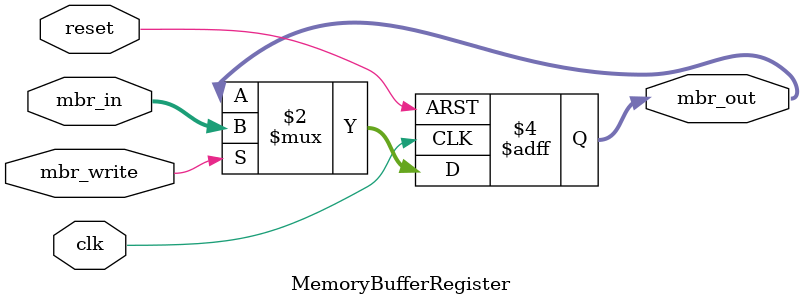
<source format=v>
module MemoryBufferRegister (
  input wire clk,
  input wire reset,
  input wire mbr_write,
  input wire [15:0] mbr_in,
  output reg [15:0] mbr_out
);
  always @(posedge clk or posedge reset) begin
    if (reset) begin
      mbr_out <= 16'b0;
    end else if (mbr_write) begin
      mbr_out <= mbr_in;
    end
  end
endmodule 
</source>
